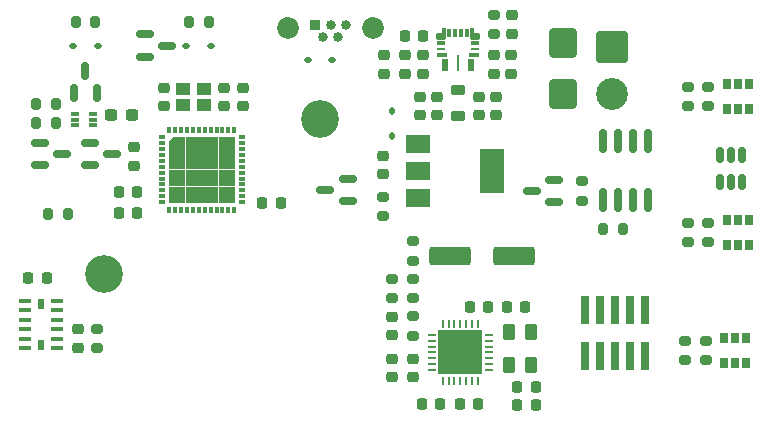
<source format=gbr>
%TF.GenerationSoftware,KiCad,Pcbnew,7.0.5-4d25ed1034~172~ubuntu22.04.1*%
%TF.CreationDate,2023-06-17T20:58:29+02:00*%
%TF.ProjectId,votoco,766f746f-636f-42e6-9b69-6361645f7063,rev?*%
%TF.SameCoordinates,Original*%
%TF.FileFunction,Soldermask,Bot*%
%TF.FilePolarity,Negative*%
%FSLAX46Y46*%
G04 Gerber Fmt 4.6, Leading zero omitted, Abs format (unit mm)*
G04 Created by KiCad (PCBNEW 7.0.5-4d25ed1034~172~ubuntu22.04.1) date 2023-06-17 20:58:29*
%MOMM*%
%LPD*%
G01*
G04 APERTURE LIST*
G04 Aperture macros list*
%AMRoundRect*
0 Rectangle with rounded corners*
0 $1 Rounding radius*
0 $2 $3 $4 $5 $6 $7 $8 $9 X,Y pos of 4 corners*
0 Add a 4 corners polygon primitive as box body*
4,1,4,$2,$3,$4,$5,$6,$7,$8,$9,$2,$3,0*
0 Add four circle primitives for the rounded corners*
1,1,$1+$1,$2,$3*
1,1,$1+$1,$4,$5*
1,1,$1+$1,$6,$7*
1,1,$1+$1,$8,$9*
0 Add four rect primitives between the rounded corners*
20,1,$1+$1,$2,$3,$4,$5,0*
20,1,$1+$1,$4,$5,$6,$7,0*
20,1,$1+$1,$6,$7,$8,$9,0*
20,1,$1+$1,$8,$9,$2,$3,0*%
%AMOutline5P*
0 Free polygon, 5 corners , with rotation*
0 The origin of the aperture is its center*
0 number of corners: always 5*
0 $1 to $10 corner X, Y*
0 $11 Rotation angle, in degrees counterclockwise*
0 create outline with 5 corners*
4,1,5,$1,$2,$3,$4,$5,$6,$7,$8,$9,$10,$1,$2,$11*%
%AMOutline6P*
0 Free polygon, 6 corners , with rotation*
0 The origin of the aperture is its center*
0 number of corners: always 6*
0 $1 to $12 corner X, Y*
0 $13 Rotation angle, in degrees counterclockwise*
0 create outline with 6 corners*
4,1,6,$1,$2,$3,$4,$5,$6,$7,$8,$9,$10,$11,$12,$1,$2,$13*%
%AMOutline7P*
0 Free polygon, 7 corners , with rotation*
0 The origin of the aperture is its center*
0 number of corners: always 7*
0 $1 to $14 corner X, Y*
0 $15 Rotation angle, in degrees counterclockwise*
0 create outline with 7 corners*
4,1,7,$1,$2,$3,$4,$5,$6,$7,$8,$9,$10,$11,$12,$13,$14,$1,$2,$15*%
%AMOutline8P*
0 Free polygon, 8 corners , with rotation*
0 The origin of the aperture is its center*
0 number of corners: always 8*
0 $1 to $16 corner X, Y*
0 $17 Rotation angle, in degrees counterclockwise*
0 create outline with 8 corners*
4,1,8,$1,$2,$3,$4,$5,$6,$7,$8,$9,$10,$11,$12,$13,$14,$15,$16,$1,$2,$17*%
%AMFreePoly0*
4,1,18,-0.039645,0.622355,-0.025000,0.587000,-0.025000,0.187000,0.350000,0.187000,0.385355,0.172355,0.400000,0.137000,0.400000,-0.113000,0.385355,-0.148355,0.350000,-0.163000,-0.487500,-0.163000,-0.522855,-0.148355,-0.560355,-0.110855,-0.575000,-0.075500,-0.575000,0.587000,-0.560355,0.622355,-0.525000,0.637000,-0.075000,0.637000,-0.039645,0.622355,-0.039645,0.622355,$1*%
%AMFreePoly1*
4,1,18,0.385355,0.148355,0.400000,0.113000,0.400000,-0.137000,0.385355,-0.172355,0.350000,-0.187000,-0.025000,-0.187000,-0.025000,-0.587000,-0.039645,-0.622355,-0.075000,-0.637000,-0.525000,-0.637000,-0.560355,-0.622355,-0.575000,-0.587000,-0.575000,0.075500,-0.560355,0.110855,-0.522855,0.148355,-0.487500,0.163000,0.350000,0.163000,0.385355,0.148355,0.385355,0.148355,$1*%
G04 Aperture macros list end*
%ADD10RoundRect,0.200000X-0.200000X-0.275000X0.200000X-0.275000X0.200000X0.275000X-0.200000X0.275000X0*%
%ADD11R,0.840000X0.840000*%
%ADD12C,0.840000*%
%ADD13C,1.850000*%
%ADD14C,3.200000*%
%ADD15RoundRect,0.250001X-1.099999X1.099999X-1.099999X-1.099999X1.099999X-1.099999X1.099999X1.099999X0*%
%ADD16C,2.700000*%
%ADD17RoundRect,0.250000X-0.900000X1.000000X-0.900000X-1.000000X0.900000X-1.000000X0.900000X1.000000X0*%
%ADD18R,0.740000X2.400000*%
%ADD19RoundRect,0.200000X0.200000X0.275000X-0.200000X0.275000X-0.200000X-0.275000X0.200000X-0.275000X0*%
%ADD20RoundRect,0.225000X0.250000X-0.225000X0.250000X0.225000X-0.250000X0.225000X-0.250000X-0.225000X0*%
%ADD21RoundRect,0.218750X0.381250X-0.218750X0.381250X0.218750X-0.381250X0.218750X-0.381250X-0.218750X0*%
%ADD22RoundRect,0.250000X1.500000X0.550000X-1.500000X0.550000X-1.500000X-0.550000X1.500000X-0.550000X0*%
%ADD23R,1.117800X0.449200*%
%ADD24R,0.500000X0.813000*%
%ADD25RoundRect,0.225000X0.225000X0.250000X-0.225000X0.250000X-0.225000X-0.250000X0.225000X-0.250000X0*%
%ADD26RoundRect,0.150000X-0.587500X-0.150000X0.587500X-0.150000X0.587500X0.150000X-0.587500X0.150000X0*%
%ADD27RoundRect,0.200000X0.275000X-0.200000X0.275000X0.200000X-0.275000X0.200000X-0.275000X-0.200000X0*%
%ADD28R,0.300000X0.550000*%
%ADD29R,0.550000X0.300000*%
%ADD30R,1.400000X1.400000*%
%ADD31Outline5P,-0.700000X0.700000X0.700000X0.700000X0.700000X-0.700000X-0.280000X-0.700000X-0.700000X-0.280000X270.000000*%
%ADD32RoundRect,0.225000X-0.250000X0.225000X-0.250000X-0.225000X0.250000X-0.225000X0.250000X0.225000X0*%
%ADD33RoundRect,0.112500X-0.187500X-0.112500X0.187500X-0.112500X0.187500X0.112500X-0.187500X0.112500X0*%
%ADD34R,0.725000X0.300000*%
%ADD35R,0.700000X0.250000*%
%ADD36R,0.850000X0.300000*%
%ADD37R,0.550000X0.975000*%
%ADD38R,0.250012X1.410005*%
%ADD39FreePoly0,90.000000*%
%ADD40R,0.300000X0.725000*%
%ADD41FreePoly1,90.000000*%
%ADD42R,0.700000X0.900000*%
%ADD43RoundRect,0.225000X-0.225000X-0.250000X0.225000X-0.250000X0.225000X0.250000X-0.225000X0.250000X0*%
%ADD44RoundRect,0.237500X-0.300000X-0.237500X0.300000X-0.237500X0.300000X0.237500X-0.300000X0.237500X0*%
%ADD45RoundRect,0.200000X-0.275000X0.200000X-0.275000X-0.200000X0.275000X-0.200000X0.275000X0.200000X0*%
%ADD46R,0.254000X0.762000*%
%ADD47R,0.762000X0.254000*%
%ADD48C,0.500000*%
%ADD49R,3.800000X3.800000*%
%ADD50RoundRect,0.218750X-0.256250X0.218750X-0.256250X-0.218750X0.256250X-0.218750X0.256250X0.218750X0*%
%ADD51RoundRect,0.150000X0.587500X0.150000X-0.587500X0.150000X-0.587500X-0.150000X0.587500X-0.150000X0*%
%ADD52RoundRect,0.112500X0.112500X-0.187500X0.112500X0.187500X-0.112500X0.187500X-0.112500X-0.187500X0*%
%ADD53R,2.000000X1.500000*%
%ADD54R,2.000000X3.800000*%
%ADD55RoundRect,0.250000X0.262500X0.450000X-0.262500X0.450000X-0.262500X-0.450000X0.262500X-0.450000X0*%
%ADD56RoundRect,0.150000X-0.150000X0.512500X-0.150000X-0.512500X0.150000X-0.512500X0.150000X0.512500X0*%
%ADD57R,0.700000X0.340000*%
%ADD58RoundRect,0.150000X-0.150000X0.825000X-0.150000X-0.825000X0.150000X-0.825000X0.150000X0.825000X0*%
%ADD59RoundRect,0.150000X0.150000X-0.587500X0.150000X0.587500X-0.150000X0.587500X-0.150000X-0.587500X0*%
%ADD60RoundRect,0.112500X0.187500X0.112500X-0.187500X0.112500X-0.187500X-0.112500X0.187500X-0.112500X0*%
%ADD61R,1.150000X1.000000*%
G04 APERTURE END LIST*
D10*
%TO.C,R13*%
X103095000Y-81910000D03*
X104745000Y-81910000D03*
%TD*%
D11*
%TO.C,J9*%
X125700000Y-65980000D03*
D12*
X126350000Y-66980000D03*
X127000000Y-65980000D03*
X127650000Y-66980000D03*
X128300000Y-65980000D03*
D13*
X123425000Y-66200000D03*
X130575000Y-66200000D03*
%TD*%
D14*
%TO.C,H1*%
X107800000Y-87000000D03*
%TD*%
D15*
%TO.C,J5*%
X150850000Y-67842500D03*
D16*
X150850000Y-71802500D03*
%TD*%
D14*
%TO.C,H2*%
X126100000Y-73900000D03*
%TD*%
D17*
%TO.C,D4*%
X146700000Y-67492500D03*
X146700000Y-71792500D03*
%TD*%
D18*
%TO.C,J4*%
X153640000Y-93950000D03*
X153640000Y-90050000D03*
X152370000Y-93950000D03*
X152370000Y-90050000D03*
X151100000Y-93950000D03*
X151100000Y-90050000D03*
X149830000Y-93950000D03*
X149830000Y-90050000D03*
X148560000Y-93950000D03*
X148560000Y-90050000D03*
%TD*%
D19*
%TO.C,R12*%
X116675000Y-65700000D03*
X115025000Y-65700000D03*
%TD*%
D20*
%TO.C,C23*%
X142300000Y-70075000D03*
X142300000Y-68525000D03*
%TD*%
D10*
%TO.C,R14*%
X105425000Y-65700000D03*
X107075000Y-65700000D03*
%TD*%
D21*
%TO.C,L1*%
X137800000Y-73612500D03*
X137800000Y-71487500D03*
%TD*%
D22*
%TO.C,C13*%
X142550000Y-85525000D03*
X137150000Y-85525000D03*
%TD*%
D23*
%TO.C,U7*%
X103870901Y-89299999D03*
X103870901Y-90100000D03*
X103870901Y-90900001D03*
X103870901Y-91699999D03*
X103870901Y-92500000D03*
X103870901Y-93299999D03*
D24*
X102500000Y-93018498D03*
D23*
X101129099Y-93300001D03*
X101129099Y-92500000D03*
X101129099Y-91699999D03*
X101129099Y-90900001D03*
X101129099Y-90100000D03*
X101129099Y-89300001D03*
D24*
X102500000Y-89581502D03*
%TD*%
D25*
%TO.C,C11*%
X140325000Y-89850000D03*
X138775000Y-89850000D03*
%TD*%
D26*
%TO.C,D3*%
X111312500Y-68650000D03*
X111312500Y-66750000D03*
X113187500Y-67700000D03*
%TD*%
D27*
%TO.C,R15*%
X140800000Y-66725000D03*
X140800000Y-65075000D03*
%TD*%
D20*
%TO.C,C1*%
X112900000Y-72800000D03*
X112900000Y-71250000D03*
%TD*%
D28*
%TO.C,U2*%
X113350000Y-74825000D03*
X113850000Y-74825000D03*
X114350000Y-74825000D03*
X114850000Y-74825000D03*
X115350000Y-74825000D03*
X115850000Y-74825000D03*
X116350000Y-74825000D03*
X116850000Y-74825000D03*
X117350000Y-74825000D03*
X117850000Y-74825000D03*
X118350000Y-74825000D03*
X118850000Y-74825000D03*
D29*
X119475000Y-75450000D03*
X119475000Y-75950000D03*
X119475000Y-76450000D03*
X119475000Y-76950000D03*
X119475000Y-77450000D03*
X119475000Y-77950000D03*
X119475000Y-78450000D03*
X119475000Y-78950000D03*
X119475000Y-79450000D03*
X119475000Y-79950000D03*
X119475000Y-80450000D03*
X119475000Y-80950000D03*
D28*
X118850000Y-81575000D03*
X118350000Y-81575000D03*
X117850000Y-81575000D03*
X117350000Y-81575000D03*
X116850000Y-81575000D03*
X116350000Y-81575000D03*
X115850000Y-81575000D03*
X115350000Y-81575000D03*
X114850000Y-81575000D03*
X114350000Y-81575000D03*
X113850000Y-81575000D03*
X113350000Y-81575000D03*
D29*
X112725000Y-80950000D03*
X112725000Y-80450000D03*
X112725000Y-79950000D03*
X112725000Y-79450000D03*
X112725000Y-78950000D03*
X112725000Y-78450000D03*
X112725000Y-77950000D03*
X112725000Y-77450000D03*
X112725000Y-76950000D03*
X112725000Y-76450000D03*
X112725000Y-75950000D03*
X112725000Y-75450000D03*
D30*
X118200000Y-76100000D03*
X116800000Y-76100000D03*
X115400000Y-76100000D03*
D31*
X114000000Y-76100000D03*
D30*
X118200000Y-77500000D03*
X116800000Y-77500000D03*
X115400000Y-77500000D03*
X114000000Y-77500000D03*
X118200000Y-78900000D03*
X116800000Y-78900000D03*
X115400000Y-78900000D03*
X114000000Y-78900000D03*
X118200000Y-80300000D03*
X116800000Y-80300000D03*
X115400000Y-80300000D03*
X114000000Y-80300000D03*
%TD*%
D20*
%TO.C,C25*%
X133300000Y-70075000D03*
X133300000Y-68525000D03*
%TD*%
D25*
%TO.C,C28*%
X102975000Y-87400000D03*
X101425000Y-87400000D03*
%TD*%
D32*
%TO.C,C2*%
X118000000Y-71250000D03*
X118000000Y-72800000D03*
%TD*%
D33*
%TO.C,D7*%
X105200000Y-67700000D03*
X107300000Y-67700000D03*
%TD*%
D32*
%TO.C,C15*%
X132200000Y-94225000D03*
X132200000Y-95775000D03*
%TD*%
%TO.C,C29*%
X132200000Y-90675000D03*
X132200000Y-92225000D03*
%TD*%
D20*
%TO.C,C19*%
X136050000Y-73575000D03*
X136050000Y-72025000D03*
%TD*%
D32*
%TO.C,C17*%
X131500000Y-68525000D03*
X131500000Y-70075000D03*
%TD*%
D34*
%TO.C,U5*%
X139237500Y-67475874D03*
D35*
X139249500Y-67976000D03*
D36*
X139174500Y-68476126D03*
D37*
X138900000Y-69362500D03*
D38*
X137800000Y-69144500D03*
D37*
X136700000Y-69362500D03*
D36*
X136425500Y-68476126D03*
D35*
X136350500Y-67976000D03*
D34*
X136362500Y-67475874D03*
D39*
X136586685Y-66600500D03*
D40*
X137049811Y-66612500D03*
X137549937Y-66612500D03*
X138050063Y-66612500D03*
X138550189Y-66612500D03*
D41*
X139013315Y-66600500D03*
%TD*%
D42*
%TO.C,Q1*%
X162450000Y-73050000D03*
X161500000Y-73050000D03*
X160550000Y-73050000D03*
X160550000Y-70950000D03*
X161500000Y-70950000D03*
X162450000Y-70950000D03*
%TD*%
D43*
%TO.C,C8*%
X141925000Y-89850000D03*
X143475000Y-89850000D03*
%TD*%
D42*
%TO.C,Q2*%
X162450000Y-84550000D03*
X161500000Y-84550000D03*
X160550000Y-84550000D03*
X160550000Y-82450000D03*
X161500000Y-82450000D03*
X162450000Y-82450000D03*
%TD*%
D20*
%TO.C,C31*%
X131400000Y-78575000D03*
X131400000Y-77025000D03*
%TD*%
D27*
%TO.C,R17*%
X157000000Y-94325000D03*
X157000000Y-92675000D03*
%TD*%
D32*
%TO.C,C22*%
X141050000Y-72025000D03*
X141050000Y-73575000D03*
%TD*%
D25*
%TO.C,C7*%
X110600000Y-80072500D03*
X109050000Y-80072500D03*
%TD*%
D19*
%TO.C,R11*%
X151725000Y-83200000D03*
X150075000Y-83200000D03*
%TD*%
D44*
%TO.C,C16*%
X108437500Y-73600000D03*
X110162500Y-73600000D03*
%TD*%
D20*
%TO.C,C26*%
X105600000Y-93275000D03*
X105600000Y-91725000D03*
%TD*%
D27*
%TO.C,R19*%
X157250000Y-84325000D03*
X157250000Y-82675000D03*
%TD*%
%TO.C,R20*%
X159000000Y-72825000D03*
X159000000Y-71175000D03*
%TD*%
D45*
%TO.C,R10*%
X148250000Y-79175000D03*
X148250000Y-80825000D03*
%TD*%
D25*
%TO.C,C5*%
X136300000Y-98000000D03*
X134750000Y-98000000D03*
%TD*%
D46*
%TO.C,U1*%
X139490000Y-96095700D03*
X138990001Y-96095700D03*
X138489999Y-96095700D03*
X137990000Y-96095700D03*
X137490001Y-96095700D03*
X136989999Y-96095700D03*
X136490000Y-96095700D03*
D47*
X135564300Y-95170000D03*
X135564300Y-94670001D03*
X135564300Y-94169999D03*
X135564300Y-93670000D03*
X135564300Y-93170001D03*
X135564300Y-92669999D03*
X135564300Y-92170000D03*
D46*
X136490000Y-91244300D03*
X136989999Y-91244300D03*
X137490001Y-91244300D03*
X137990000Y-91244300D03*
X138489999Y-91244300D03*
X138990001Y-91244300D03*
X139490000Y-91244300D03*
D47*
X140415700Y-92170000D03*
X140415700Y-92669999D03*
X140415700Y-93170001D03*
X140415700Y-93670000D03*
X140415700Y-94169999D03*
X140415700Y-94670001D03*
X140415700Y-95170000D03*
D48*
X136690000Y-94970000D03*
X137340000Y-94970000D03*
X137990000Y-94970000D03*
X138640000Y-94970000D03*
X139290000Y-94970000D03*
X137990000Y-94370000D03*
X136690000Y-94320000D03*
X137340000Y-94320000D03*
X138640000Y-94320000D03*
X139290000Y-94320000D03*
X136690000Y-93670000D03*
X137990000Y-93670000D03*
D49*
X137990000Y-93670000D03*
D48*
X138640000Y-93670000D03*
X139290000Y-93670000D03*
X137340000Y-93653331D03*
X137340000Y-93020000D03*
X137990000Y-93020000D03*
X138640000Y-93020000D03*
X139290000Y-93020000D03*
X136690000Y-92970000D03*
X136690000Y-92370000D03*
X137340000Y-92370000D03*
X137990000Y-92370000D03*
X138640000Y-92370000D03*
X139290000Y-92370000D03*
%TD*%
D20*
%TO.C,C18*%
X139550000Y-73575000D03*
X139550000Y-72025000D03*
%TD*%
D26*
%TO.C,D6*%
X106612500Y-77800000D03*
X106612500Y-75900000D03*
X108487500Y-76850000D03*
%TD*%
D50*
%TO.C,FB1*%
X110400000Y-76312500D03*
X110400000Y-77887500D03*
%TD*%
D43*
%TO.C,C10*%
X121225000Y-81000000D03*
X122775000Y-81000000D03*
%TD*%
D25*
%TO.C,C14*%
X110600000Y-81900000D03*
X109050000Y-81900000D03*
%TD*%
D20*
%TO.C,C30*%
X142400000Y-66675000D03*
X142400000Y-65125000D03*
%TD*%
D43*
%TO.C,C21*%
X133275000Y-66900000D03*
X134825000Y-66900000D03*
%TD*%
D20*
%TO.C,C24*%
X140800000Y-70075000D03*
X140800000Y-68525000D03*
%TD*%
D19*
%TO.C,R1*%
X103725000Y-72600000D03*
X102075000Y-72600000D03*
%TD*%
D32*
%TO.C,C20*%
X134550000Y-72025000D03*
X134550000Y-73575000D03*
%TD*%
D51*
%TO.C,D12*%
X128437500Y-78950000D03*
X128437500Y-80850000D03*
X126562500Y-79900000D03*
%TD*%
D52*
%TO.C,D8*%
X132200000Y-75350000D03*
X132200000Y-73250000D03*
%TD*%
D51*
%TO.C,D2*%
X145937500Y-79050000D03*
X145937500Y-80950000D03*
X144062500Y-80000000D03*
%TD*%
D53*
%TO.C,U6*%
X134400000Y-80600000D03*
X134400000Y-78300000D03*
D54*
X140700000Y-78300000D03*
D53*
X134400000Y-76000000D03*
%TD*%
D42*
%TO.C,Q3*%
X162200000Y-94550000D03*
X161250000Y-94550000D03*
X160300000Y-94550000D03*
X160300000Y-92450000D03*
X161250000Y-92450000D03*
X162200000Y-92450000D03*
%TD*%
D45*
%TO.C,R5*%
X107200000Y-91675000D03*
X107200000Y-93325000D03*
%TD*%
%TO.C,R3*%
X133950000Y-84275000D03*
X133950000Y-85925000D03*
%TD*%
D55*
%TO.C,R7*%
X143962500Y-91950000D03*
X142137500Y-91950000D03*
%TD*%
D56*
%TO.C,DA1*%
X159950000Y-76962500D03*
X160900000Y-76962500D03*
X161850000Y-76962500D03*
X161850000Y-79237500D03*
X160900000Y-79237500D03*
X159950000Y-79237500D03*
%TD*%
D25*
%TO.C,C4*%
X139475000Y-98000000D03*
X137925000Y-98000000D03*
%TD*%
D57*
%TO.C,U4*%
X105400000Y-74450000D03*
X105400000Y-73950000D03*
X105400000Y-73450000D03*
X106900000Y-73450000D03*
X106900000Y-73950000D03*
X106900000Y-74450000D03*
%TD*%
D32*
%TO.C,C3*%
X133950000Y-94225000D03*
X133950000Y-95775000D03*
%TD*%
D43*
%TO.C,C9*%
X142825000Y-96600000D03*
X144375000Y-96600000D03*
%TD*%
D27*
%TO.C,R9*%
X133950000Y-89075000D03*
X133950000Y-87425000D03*
%TD*%
D58*
%TO.C,U3*%
X150095000Y-75775000D03*
X151365000Y-75775000D03*
X152635000Y-75775000D03*
X153905000Y-75775000D03*
X153905000Y-80725000D03*
X152635000Y-80725000D03*
X151365000Y-80725000D03*
X150095000Y-80725000D03*
%TD*%
D27*
%TO.C,R21*%
X159000000Y-84325000D03*
X159000000Y-82675000D03*
%TD*%
D45*
%TO.C,R8*%
X132200000Y-87425000D03*
X132200000Y-89075000D03*
%TD*%
D19*
%TO.C,R2*%
X103725000Y-74250000D03*
X102075000Y-74250000D03*
%TD*%
D59*
%TO.C,D10*%
X107200000Y-71687500D03*
X105300000Y-71687500D03*
X106250000Y-69812500D03*
%TD*%
D20*
%TO.C,C27*%
X134800000Y-70075000D03*
X134800000Y-68525000D03*
%TD*%
D55*
%TO.C,R6*%
X143962500Y-94700000D03*
X142137500Y-94700000D03*
%TD*%
D27*
%TO.C,R23*%
X131400000Y-82125000D03*
X131400000Y-80475000D03*
%TD*%
%TO.C,R22*%
X158750000Y-94325000D03*
X158750000Y-92675000D03*
%TD*%
D20*
%TO.C,C12*%
X119600000Y-72825000D03*
X119600000Y-71275000D03*
%TD*%
D26*
%TO.C,D5*%
X102400000Y-77800000D03*
X102400000Y-75900000D03*
X104275000Y-76850000D03*
%TD*%
D45*
%TO.C,R4*%
X133950000Y-90625000D03*
X133950000Y-92275000D03*
%TD*%
D27*
%TO.C,R18*%
X157250000Y-72825000D03*
X157250000Y-71175000D03*
%TD*%
D60*
%TO.C,D9*%
X127150000Y-68900000D03*
X125050000Y-68900000D03*
%TD*%
%TO.C,D1*%
X116900000Y-67700000D03*
X114800000Y-67700000D03*
%TD*%
D61*
%TO.C,Y1*%
X114525000Y-71325000D03*
X116275000Y-71325000D03*
X116275000Y-72725000D03*
X114525000Y-72725000D03*
%TD*%
D43*
%TO.C,C6*%
X142825000Y-98150000D03*
X144375000Y-98150000D03*
%TD*%
M02*

</source>
